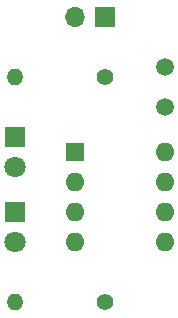
<source format=gbr>
%TF.GenerationSoftware,KiCad,Pcbnew,(5.1.9)-1*%
%TF.CreationDate,2021-03-23T22:36:06-04:00*%
%TF.ProjectId,Automated lighting,4175746f-6d61-4746-9564-206c69676874,rev?*%
%TF.SameCoordinates,Original*%
%TF.FileFunction,Soldermask,Top*%
%TF.FilePolarity,Negative*%
%FSLAX46Y46*%
G04 Gerber Fmt 4.6, Leading zero omitted, Abs format (unit mm)*
G04 Created by KiCad (PCBNEW (5.1.9)-1) date 2021-03-23 22:36:06*
%MOMM*%
%LPD*%
G01*
G04 APERTURE LIST*
%ADD10O,1.600000X1.600000*%
%ADD11R,1.600000X1.600000*%
%ADD12O,1.400000X1.400000*%
%ADD13C,1.400000*%
%ADD14C,1.500000*%
%ADD15C,1.800000*%
%ADD16R,1.800000X1.800000*%
%ADD17O,1.700000X1.700000*%
%ADD18R,1.700000X1.700000*%
G04 APERTURE END LIST*
D10*
%TO.C,U1*%
X128270000Y-69850000D03*
X120650000Y-77470000D03*
X128270000Y-72390000D03*
X120650000Y-74930000D03*
X128270000Y-74930000D03*
X120650000Y-72390000D03*
X128270000Y-77470000D03*
D11*
X120650000Y-69850000D03*
%TD*%
D12*
%TO.C,R3*%
X115570000Y-82550000D03*
D13*
X123190000Y-82550000D03*
%TD*%
D12*
%TO.C,R2*%
X115570000Y-63500000D03*
D13*
X123190000Y-63500000D03*
%TD*%
D14*
%TO.C,R1*%
X128270000Y-62640000D03*
X128270000Y-66040000D03*
%TD*%
D15*
%TO.C,D2*%
X115570000Y-71120000D03*
D16*
X115570000Y-68580000D03*
%TD*%
D15*
%TO.C,D1*%
X115570000Y-77470000D03*
D16*
X115570000Y-74930000D03*
%TD*%
D17*
%TO.C,BT1*%
X120650000Y-58420000D03*
D18*
X123190000Y-58420000D03*
%TD*%
M02*

</source>
